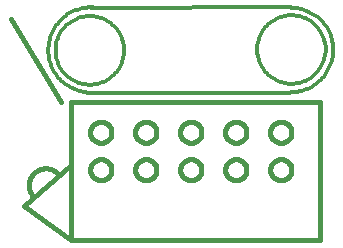
<source format=gbo>
G04 EAGLE Gerber RS-274X export*
G75*
%MOIN*%
%FSLAX24Y24*%
%LPD*%
%INSilkscreen Bottom*%
%IPPOS*%
%AMOC8*
5,1,8,0,0,1.08239X$1,22.5*%
G01*
G04 Define Apertures*
%ADD10C,0.012000*%
%ADD11C,0.016000*%
D10*
X12708Y19010D02*
X12710Y19077D01*
X12716Y19144D01*
X12726Y19210D01*
X12739Y19276D01*
X12757Y19341D01*
X12778Y19404D01*
X12803Y19466D01*
X12832Y19527D01*
X12864Y19586D01*
X12899Y19643D01*
X12938Y19697D01*
X12980Y19750D01*
X13025Y19800D01*
X13073Y19847D01*
X13123Y19891D01*
X13176Y19932D01*
X13231Y19970D01*
X13289Y20005D01*
X13348Y20036D01*
X13409Y20063D01*
X13472Y20088D01*
X13536Y20108D01*
X13601Y20124D01*
X13666Y20137D01*
X13733Y20146D01*
X13800Y20151D01*
X13867Y20152D01*
X13934Y20149D01*
X14000Y20142D01*
X14067Y20131D01*
X14132Y20117D01*
X14197Y20098D01*
X14260Y20076D01*
X14322Y20050D01*
X14382Y20021D01*
X14440Y19988D01*
X14497Y19951D01*
X14551Y19912D01*
X14602Y19869D01*
X14652Y19823D01*
X14698Y19775D01*
X14741Y19724D01*
X14782Y19670D01*
X14819Y19615D01*
X14853Y19557D01*
X14883Y19497D01*
X14910Y19435D01*
X14933Y19372D01*
X14952Y19308D01*
X14968Y19243D01*
X14980Y19177D01*
X14988Y19110D01*
X14992Y19044D01*
X14992Y18976D01*
X14988Y18910D01*
X14980Y18843D01*
X14968Y18777D01*
X14952Y18712D01*
X14933Y18648D01*
X14910Y18585D01*
X14883Y18523D01*
X14853Y18463D01*
X14819Y18405D01*
X14782Y18350D01*
X14741Y18296D01*
X14698Y18245D01*
X14652Y18197D01*
X14602Y18151D01*
X14551Y18108D01*
X14497Y18069D01*
X14440Y18032D01*
X14382Y17999D01*
X14322Y17970D01*
X14260Y17944D01*
X14197Y17922D01*
X14132Y17903D01*
X14067Y17889D01*
X14000Y17878D01*
X13934Y17871D01*
X13867Y17868D01*
X13800Y17869D01*
X13733Y17874D01*
X13666Y17883D01*
X13601Y17896D01*
X13536Y17912D01*
X13472Y17932D01*
X13409Y17957D01*
X13348Y17984D01*
X13289Y18015D01*
X13231Y18050D01*
X13176Y18088D01*
X13123Y18129D01*
X13073Y18173D01*
X13025Y18220D01*
X12980Y18270D01*
X12938Y18323D01*
X12899Y18377D01*
X12864Y18434D01*
X12832Y18493D01*
X12803Y18554D01*
X12778Y18616D01*
X12757Y18679D01*
X12739Y18744D01*
X12726Y18810D01*
X12716Y18876D01*
X12710Y18943D01*
X12708Y19010D01*
X5989Y18980D02*
X5991Y19047D01*
X5997Y19114D01*
X6007Y19180D01*
X6020Y19246D01*
X6038Y19310D01*
X6059Y19374D01*
X6084Y19436D01*
X6113Y19497D01*
X6145Y19555D01*
X6180Y19612D01*
X6219Y19667D01*
X6261Y19719D01*
X6306Y19769D01*
X6353Y19816D01*
X6404Y19860D01*
X6457Y19901D01*
X6512Y19939D01*
X6569Y19974D01*
X6628Y20005D01*
X6689Y20033D01*
X6752Y20057D01*
X6816Y20077D01*
X6881Y20093D01*
X6947Y20106D01*
X7013Y20115D01*
X7080Y20120D01*
X7147Y20121D01*
X7214Y20118D01*
X7280Y20111D01*
X7346Y20100D01*
X7412Y20086D01*
X7476Y20067D01*
X7539Y20045D01*
X7601Y20019D01*
X7661Y19990D01*
X7720Y19957D01*
X7776Y19920D01*
X7830Y19881D01*
X7882Y19838D01*
X7931Y19793D01*
X7977Y19744D01*
X8021Y19693D01*
X8061Y19640D01*
X8098Y19584D01*
X8132Y19526D01*
X8162Y19466D01*
X8189Y19405D01*
X8212Y19342D01*
X8231Y19278D01*
X8247Y19213D01*
X8259Y19147D01*
X8267Y19080D01*
X8271Y19013D01*
X8271Y18947D01*
X8267Y18880D01*
X8259Y18813D01*
X8247Y18747D01*
X8231Y18682D01*
X8212Y18618D01*
X8189Y18555D01*
X8162Y18494D01*
X8132Y18434D01*
X8098Y18376D01*
X8061Y18320D01*
X8021Y18267D01*
X7977Y18216D01*
X7931Y18167D01*
X7882Y18122D01*
X7830Y18079D01*
X7776Y18040D01*
X7720Y18003D01*
X7661Y17970D01*
X7601Y17941D01*
X7539Y17915D01*
X7476Y17893D01*
X7412Y17874D01*
X7346Y17860D01*
X7280Y17849D01*
X7214Y17842D01*
X7147Y17839D01*
X7080Y17840D01*
X7013Y17845D01*
X6947Y17854D01*
X6881Y17867D01*
X6816Y17883D01*
X6752Y17903D01*
X6689Y17927D01*
X6628Y17955D01*
X6569Y17986D01*
X6512Y18021D01*
X6457Y18059D01*
X6404Y18100D01*
X6353Y18144D01*
X6306Y18191D01*
X6261Y18241D01*
X6219Y18293D01*
X6180Y18348D01*
X6145Y18405D01*
X6113Y18463D01*
X6084Y18524D01*
X6059Y18586D01*
X6038Y18650D01*
X6020Y18714D01*
X6007Y18780D01*
X5997Y18846D01*
X5991Y18913D01*
X5989Y18980D01*
X13830Y17590D02*
X13904Y17591D01*
X13977Y17597D01*
X14050Y17606D01*
X14122Y17619D01*
X14194Y17635D01*
X14265Y17656D01*
X14334Y17680D01*
X14402Y17707D01*
X14469Y17739D01*
X14534Y17773D01*
X14597Y17811D01*
X14658Y17852D01*
X14716Y17897D01*
X14773Y17944D01*
X14826Y17994D01*
X14877Y18047D01*
X14926Y18103D01*
X14971Y18161D01*
X15013Y18221D01*
X15052Y18284D01*
X15087Y18348D01*
X15119Y18414D01*
X15148Y18482D01*
X15173Y18551D01*
X15195Y18622D01*
X15212Y18693D01*
X15226Y18765D01*
X15236Y18838D01*
X15243Y18911D01*
X15245Y18985D01*
X15244Y19059D01*
X15238Y19132D01*
X15229Y19205D01*
X15216Y19277D01*
X15200Y19349D01*
X15179Y19420D01*
X15155Y19489D01*
X15128Y19557D01*
X15096Y19624D01*
X15062Y19689D01*
X15024Y19752D01*
X14983Y19813D01*
X14938Y19871D01*
X14891Y19928D01*
X14841Y19981D01*
X14788Y20032D01*
X14732Y20081D01*
X14674Y20126D01*
X14614Y20168D01*
X14551Y20207D01*
X14487Y20242D01*
X14421Y20274D01*
X14353Y20303D01*
X14284Y20328D01*
X14213Y20350D01*
X14142Y20367D01*
X14070Y20381D01*
X13997Y20391D01*
X13924Y20398D01*
X13850Y20400D01*
X7240Y20410D02*
X7165Y20412D01*
X7090Y20410D01*
X7016Y20404D01*
X6942Y20394D01*
X6868Y20380D01*
X6795Y20362D01*
X6724Y20340D01*
X6653Y20315D01*
X6584Y20286D01*
X6517Y20253D01*
X6451Y20217D01*
X6387Y20177D01*
X6326Y20134D01*
X6267Y20088D01*
X6210Y20039D01*
X6157Y19987D01*
X6105Y19932D01*
X6057Y19875D01*
X6012Y19815D01*
X5971Y19753D01*
X5932Y19689D01*
X5897Y19622D01*
X5865Y19554D01*
X5838Y19485D01*
X5813Y19414D01*
X5793Y19342D01*
X5776Y19269D01*
X5764Y19195D01*
X5755Y19121D01*
X5750Y19046D01*
X5749Y18971D01*
X5752Y18896D01*
X5759Y18822D01*
X5770Y18748D01*
X5785Y18674D01*
X5803Y18602D01*
X5826Y18530D01*
X5852Y18460D01*
X5882Y18391D01*
X5915Y18324D01*
X5952Y18259D01*
X5992Y18196D01*
X6036Y18135D01*
X6083Y18076D01*
X6132Y18020D01*
X6185Y17967D01*
X6240Y17916D01*
X6298Y17869D01*
X6358Y17825D01*
X6421Y17783D01*
X6486Y17746D01*
X6552Y17711D01*
X6621Y17681D01*
X6690Y17653D01*
X6762Y17630D01*
X6834Y17610D01*
X6907Y17595D01*
X6981Y17583D01*
X7055Y17575D01*
X7130Y17571D01*
X7170Y20390D02*
X13850Y20410D01*
X13800Y17570D02*
X7160Y17570D01*
D11*
X6180Y17250D02*
X4490Y20040D01*
X14810Y17260D02*
X14800Y12670D01*
X6510Y12670D01*
X6510Y17270D01*
X14810Y17270D01*
X6500Y12670D02*
X4940Y13790D01*
X6490Y15170D01*
X6110Y14821D02*
X6080Y14857D01*
X6048Y14891D01*
X6013Y14922D01*
X5975Y14950D01*
X5935Y14975D01*
X5893Y14996D01*
X5850Y15014D01*
X5805Y15028D01*
X5759Y15038D01*
X5713Y15044D01*
X5666Y15047D01*
X5619Y15046D01*
X5573Y15040D01*
X5527Y15031D01*
X5481Y15018D01*
X5438Y15002D01*
X5395Y14981D01*
X5355Y14958D01*
X5317Y14931D01*
X5281Y14900D01*
X5247Y14867D01*
X5217Y14832D01*
X5189Y14794D01*
X5165Y14754D01*
X5145Y14711D01*
X5128Y14668D01*
X5114Y14623D01*
X5105Y14577D01*
X5099Y14530D01*
X5097Y14483D01*
X5099Y14437D01*
X5105Y14390D01*
X5115Y14344D01*
X5129Y14299D01*
X5146Y14256D01*
X5167Y14214D01*
X5191Y14174D01*
X5219Y14136D01*
X5249Y14100D01*
X7146Y16250D02*
X7148Y16287D01*
X7154Y16324D01*
X7163Y16359D01*
X7177Y16394D01*
X7193Y16427D01*
X7214Y16458D01*
X7237Y16487D01*
X7263Y16513D01*
X7292Y16536D01*
X7323Y16557D01*
X7356Y16573D01*
X7391Y16587D01*
X7426Y16596D01*
X7463Y16602D01*
X7500Y16604D01*
X7537Y16602D01*
X7574Y16596D01*
X7609Y16587D01*
X7644Y16573D01*
X7677Y16557D01*
X7708Y16536D01*
X7737Y16513D01*
X7763Y16487D01*
X7786Y16458D01*
X7807Y16427D01*
X7823Y16394D01*
X7837Y16359D01*
X7846Y16324D01*
X7852Y16287D01*
X7854Y16250D01*
X7852Y16213D01*
X7846Y16176D01*
X7837Y16141D01*
X7823Y16106D01*
X7807Y16073D01*
X7786Y16042D01*
X7763Y16013D01*
X7737Y15987D01*
X7708Y15964D01*
X7677Y15943D01*
X7644Y15927D01*
X7609Y15913D01*
X7574Y15904D01*
X7537Y15898D01*
X7500Y15896D01*
X7463Y15898D01*
X7426Y15904D01*
X7391Y15913D01*
X7356Y15927D01*
X7323Y15943D01*
X7292Y15964D01*
X7263Y15987D01*
X7237Y16013D01*
X7214Y16042D01*
X7193Y16073D01*
X7177Y16106D01*
X7163Y16141D01*
X7154Y16176D01*
X7148Y16213D01*
X7146Y16250D01*
X7146Y15000D02*
X7148Y15037D01*
X7154Y15074D01*
X7163Y15109D01*
X7177Y15144D01*
X7193Y15177D01*
X7214Y15208D01*
X7237Y15237D01*
X7263Y15263D01*
X7292Y15286D01*
X7323Y15307D01*
X7356Y15323D01*
X7391Y15337D01*
X7426Y15346D01*
X7463Y15352D01*
X7500Y15354D01*
X7537Y15352D01*
X7574Y15346D01*
X7609Y15337D01*
X7644Y15323D01*
X7677Y15307D01*
X7708Y15286D01*
X7737Y15263D01*
X7763Y15237D01*
X7786Y15208D01*
X7807Y15177D01*
X7823Y15144D01*
X7837Y15109D01*
X7846Y15074D01*
X7852Y15037D01*
X7854Y15000D01*
X7852Y14963D01*
X7846Y14926D01*
X7837Y14891D01*
X7823Y14856D01*
X7807Y14823D01*
X7786Y14792D01*
X7763Y14763D01*
X7737Y14737D01*
X7708Y14714D01*
X7677Y14693D01*
X7644Y14677D01*
X7609Y14663D01*
X7574Y14654D01*
X7537Y14648D01*
X7500Y14646D01*
X7463Y14648D01*
X7426Y14654D01*
X7391Y14663D01*
X7356Y14677D01*
X7323Y14693D01*
X7292Y14714D01*
X7263Y14737D01*
X7237Y14763D01*
X7214Y14792D01*
X7193Y14823D01*
X7177Y14856D01*
X7163Y14891D01*
X7154Y14926D01*
X7148Y14963D01*
X7146Y15000D01*
X8646Y15000D02*
X8648Y15037D01*
X8654Y15074D01*
X8663Y15109D01*
X8677Y15144D01*
X8693Y15177D01*
X8714Y15208D01*
X8737Y15237D01*
X8763Y15263D01*
X8792Y15286D01*
X8823Y15307D01*
X8856Y15323D01*
X8891Y15337D01*
X8926Y15346D01*
X8963Y15352D01*
X9000Y15354D01*
X9037Y15352D01*
X9074Y15346D01*
X9109Y15337D01*
X9144Y15323D01*
X9177Y15307D01*
X9208Y15286D01*
X9237Y15263D01*
X9263Y15237D01*
X9286Y15208D01*
X9307Y15177D01*
X9323Y15144D01*
X9337Y15109D01*
X9346Y15074D01*
X9352Y15037D01*
X9354Y15000D01*
X9352Y14963D01*
X9346Y14926D01*
X9337Y14891D01*
X9323Y14856D01*
X9307Y14823D01*
X9286Y14792D01*
X9263Y14763D01*
X9237Y14737D01*
X9208Y14714D01*
X9177Y14693D01*
X9144Y14677D01*
X9109Y14663D01*
X9074Y14654D01*
X9037Y14648D01*
X9000Y14646D01*
X8963Y14648D01*
X8926Y14654D01*
X8891Y14663D01*
X8856Y14677D01*
X8823Y14693D01*
X8792Y14714D01*
X8763Y14737D01*
X8737Y14763D01*
X8714Y14792D01*
X8693Y14823D01*
X8677Y14856D01*
X8663Y14891D01*
X8654Y14926D01*
X8648Y14963D01*
X8646Y15000D01*
X8646Y16250D02*
X8648Y16287D01*
X8654Y16324D01*
X8663Y16359D01*
X8677Y16394D01*
X8693Y16427D01*
X8714Y16458D01*
X8737Y16487D01*
X8763Y16513D01*
X8792Y16536D01*
X8823Y16557D01*
X8856Y16573D01*
X8891Y16587D01*
X8926Y16596D01*
X8963Y16602D01*
X9000Y16604D01*
X9037Y16602D01*
X9074Y16596D01*
X9109Y16587D01*
X9144Y16573D01*
X9177Y16557D01*
X9208Y16536D01*
X9237Y16513D01*
X9263Y16487D01*
X9286Y16458D01*
X9307Y16427D01*
X9323Y16394D01*
X9337Y16359D01*
X9346Y16324D01*
X9352Y16287D01*
X9354Y16250D01*
X9352Y16213D01*
X9346Y16176D01*
X9337Y16141D01*
X9323Y16106D01*
X9307Y16073D01*
X9286Y16042D01*
X9263Y16013D01*
X9237Y15987D01*
X9208Y15964D01*
X9177Y15943D01*
X9144Y15927D01*
X9109Y15913D01*
X9074Y15904D01*
X9037Y15898D01*
X9000Y15896D01*
X8963Y15898D01*
X8926Y15904D01*
X8891Y15913D01*
X8856Y15927D01*
X8823Y15943D01*
X8792Y15964D01*
X8763Y15987D01*
X8737Y16013D01*
X8714Y16042D01*
X8693Y16073D01*
X8677Y16106D01*
X8663Y16141D01*
X8654Y16176D01*
X8648Y16213D01*
X8646Y16250D01*
X10146Y16250D02*
X10148Y16287D01*
X10154Y16324D01*
X10163Y16359D01*
X10177Y16394D01*
X10193Y16427D01*
X10214Y16458D01*
X10237Y16487D01*
X10263Y16513D01*
X10292Y16536D01*
X10323Y16557D01*
X10356Y16573D01*
X10391Y16587D01*
X10426Y16596D01*
X10463Y16602D01*
X10500Y16604D01*
X10537Y16602D01*
X10574Y16596D01*
X10609Y16587D01*
X10644Y16573D01*
X10677Y16557D01*
X10708Y16536D01*
X10737Y16513D01*
X10763Y16487D01*
X10786Y16458D01*
X10807Y16427D01*
X10823Y16394D01*
X10837Y16359D01*
X10846Y16324D01*
X10852Y16287D01*
X10854Y16250D01*
X10852Y16213D01*
X10846Y16176D01*
X10837Y16141D01*
X10823Y16106D01*
X10807Y16073D01*
X10786Y16042D01*
X10763Y16013D01*
X10737Y15987D01*
X10708Y15964D01*
X10677Y15943D01*
X10644Y15927D01*
X10609Y15913D01*
X10574Y15904D01*
X10537Y15898D01*
X10500Y15896D01*
X10463Y15898D01*
X10426Y15904D01*
X10391Y15913D01*
X10356Y15927D01*
X10323Y15943D01*
X10292Y15964D01*
X10263Y15987D01*
X10237Y16013D01*
X10214Y16042D01*
X10193Y16073D01*
X10177Y16106D01*
X10163Y16141D01*
X10154Y16176D01*
X10148Y16213D01*
X10146Y16250D01*
X10146Y15000D02*
X10148Y15037D01*
X10154Y15074D01*
X10163Y15109D01*
X10177Y15144D01*
X10193Y15177D01*
X10214Y15208D01*
X10237Y15237D01*
X10263Y15263D01*
X10292Y15286D01*
X10323Y15307D01*
X10356Y15323D01*
X10391Y15337D01*
X10426Y15346D01*
X10463Y15352D01*
X10500Y15354D01*
X10537Y15352D01*
X10574Y15346D01*
X10609Y15337D01*
X10644Y15323D01*
X10677Y15307D01*
X10708Y15286D01*
X10737Y15263D01*
X10763Y15237D01*
X10786Y15208D01*
X10807Y15177D01*
X10823Y15144D01*
X10837Y15109D01*
X10846Y15074D01*
X10852Y15037D01*
X10854Y15000D01*
X10852Y14963D01*
X10846Y14926D01*
X10837Y14891D01*
X10823Y14856D01*
X10807Y14823D01*
X10786Y14792D01*
X10763Y14763D01*
X10737Y14737D01*
X10708Y14714D01*
X10677Y14693D01*
X10644Y14677D01*
X10609Y14663D01*
X10574Y14654D01*
X10537Y14648D01*
X10500Y14646D01*
X10463Y14648D01*
X10426Y14654D01*
X10391Y14663D01*
X10356Y14677D01*
X10323Y14693D01*
X10292Y14714D01*
X10263Y14737D01*
X10237Y14763D01*
X10214Y14792D01*
X10193Y14823D01*
X10177Y14856D01*
X10163Y14891D01*
X10154Y14926D01*
X10148Y14963D01*
X10146Y15000D01*
X11646Y16250D02*
X11648Y16287D01*
X11654Y16324D01*
X11663Y16359D01*
X11677Y16394D01*
X11693Y16427D01*
X11714Y16458D01*
X11737Y16487D01*
X11763Y16513D01*
X11792Y16536D01*
X11823Y16557D01*
X11856Y16573D01*
X11891Y16587D01*
X11926Y16596D01*
X11963Y16602D01*
X12000Y16604D01*
X12037Y16602D01*
X12074Y16596D01*
X12109Y16587D01*
X12144Y16573D01*
X12177Y16557D01*
X12208Y16536D01*
X12237Y16513D01*
X12263Y16487D01*
X12286Y16458D01*
X12307Y16427D01*
X12323Y16394D01*
X12337Y16359D01*
X12346Y16324D01*
X12352Y16287D01*
X12354Y16250D01*
X12352Y16213D01*
X12346Y16176D01*
X12337Y16141D01*
X12323Y16106D01*
X12307Y16073D01*
X12286Y16042D01*
X12263Y16013D01*
X12237Y15987D01*
X12208Y15964D01*
X12177Y15943D01*
X12144Y15927D01*
X12109Y15913D01*
X12074Y15904D01*
X12037Y15898D01*
X12000Y15896D01*
X11963Y15898D01*
X11926Y15904D01*
X11891Y15913D01*
X11856Y15927D01*
X11823Y15943D01*
X11792Y15964D01*
X11763Y15987D01*
X11737Y16013D01*
X11714Y16042D01*
X11693Y16073D01*
X11677Y16106D01*
X11663Y16141D01*
X11654Y16176D01*
X11648Y16213D01*
X11646Y16250D01*
X11646Y15000D02*
X11648Y15037D01*
X11654Y15074D01*
X11663Y15109D01*
X11677Y15144D01*
X11693Y15177D01*
X11714Y15208D01*
X11737Y15237D01*
X11763Y15263D01*
X11792Y15286D01*
X11823Y15307D01*
X11856Y15323D01*
X11891Y15337D01*
X11926Y15346D01*
X11963Y15352D01*
X12000Y15354D01*
X12037Y15352D01*
X12074Y15346D01*
X12109Y15337D01*
X12144Y15323D01*
X12177Y15307D01*
X12208Y15286D01*
X12237Y15263D01*
X12263Y15237D01*
X12286Y15208D01*
X12307Y15177D01*
X12323Y15144D01*
X12337Y15109D01*
X12346Y15074D01*
X12352Y15037D01*
X12354Y15000D01*
X12352Y14963D01*
X12346Y14926D01*
X12337Y14891D01*
X12323Y14856D01*
X12307Y14823D01*
X12286Y14792D01*
X12263Y14763D01*
X12237Y14737D01*
X12208Y14714D01*
X12177Y14693D01*
X12144Y14677D01*
X12109Y14663D01*
X12074Y14654D01*
X12037Y14648D01*
X12000Y14646D01*
X11963Y14648D01*
X11926Y14654D01*
X11891Y14663D01*
X11856Y14677D01*
X11823Y14693D01*
X11792Y14714D01*
X11763Y14737D01*
X11737Y14763D01*
X11714Y14792D01*
X11693Y14823D01*
X11677Y14856D01*
X11663Y14891D01*
X11654Y14926D01*
X11648Y14963D01*
X11646Y15000D01*
X13146Y15000D02*
X13148Y15037D01*
X13154Y15074D01*
X13163Y15109D01*
X13177Y15144D01*
X13193Y15177D01*
X13214Y15208D01*
X13237Y15237D01*
X13263Y15263D01*
X13292Y15286D01*
X13323Y15307D01*
X13356Y15323D01*
X13391Y15337D01*
X13426Y15346D01*
X13463Y15352D01*
X13500Y15354D01*
X13537Y15352D01*
X13574Y15346D01*
X13609Y15337D01*
X13644Y15323D01*
X13677Y15307D01*
X13708Y15286D01*
X13737Y15263D01*
X13763Y15237D01*
X13786Y15208D01*
X13807Y15177D01*
X13823Y15144D01*
X13837Y15109D01*
X13846Y15074D01*
X13852Y15037D01*
X13854Y15000D01*
X13852Y14963D01*
X13846Y14926D01*
X13837Y14891D01*
X13823Y14856D01*
X13807Y14823D01*
X13786Y14792D01*
X13763Y14763D01*
X13737Y14737D01*
X13708Y14714D01*
X13677Y14693D01*
X13644Y14677D01*
X13609Y14663D01*
X13574Y14654D01*
X13537Y14648D01*
X13500Y14646D01*
X13463Y14648D01*
X13426Y14654D01*
X13391Y14663D01*
X13356Y14677D01*
X13323Y14693D01*
X13292Y14714D01*
X13263Y14737D01*
X13237Y14763D01*
X13214Y14792D01*
X13193Y14823D01*
X13177Y14856D01*
X13163Y14891D01*
X13154Y14926D01*
X13148Y14963D01*
X13146Y15000D01*
X13146Y16250D02*
X13148Y16287D01*
X13154Y16324D01*
X13163Y16359D01*
X13177Y16394D01*
X13193Y16427D01*
X13214Y16458D01*
X13237Y16487D01*
X13263Y16513D01*
X13292Y16536D01*
X13323Y16557D01*
X13356Y16573D01*
X13391Y16587D01*
X13426Y16596D01*
X13463Y16602D01*
X13500Y16604D01*
X13537Y16602D01*
X13574Y16596D01*
X13609Y16587D01*
X13644Y16573D01*
X13677Y16557D01*
X13708Y16536D01*
X13737Y16513D01*
X13763Y16487D01*
X13786Y16458D01*
X13807Y16427D01*
X13823Y16394D01*
X13837Y16359D01*
X13846Y16324D01*
X13852Y16287D01*
X13854Y16250D01*
X13852Y16213D01*
X13846Y16176D01*
X13837Y16141D01*
X13823Y16106D01*
X13807Y16073D01*
X13786Y16042D01*
X13763Y16013D01*
X13737Y15987D01*
X13708Y15964D01*
X13677Y15943D01*
X13644Y15927D01*
X13609Y15913D01*
X13574Y15904D01*
X13537Y15898D01*
X13500Y15896D01*
X13463Y15898D01*
X13426Y15904D01*
X13391Y15913D01*
X13356Y15927D01*
X13323Y15943D01*
X13292Y15964D01*
X13263Y15987D01*
X13237Y16013D01*
X13214Y16042D01*
X13193Y16073D01*
X13177Y16106D01*
X13163Y16141D01*
X13154Y16176D01*
X13148Y16213D01*
X13146Y16250D01*
M02*

</source>
